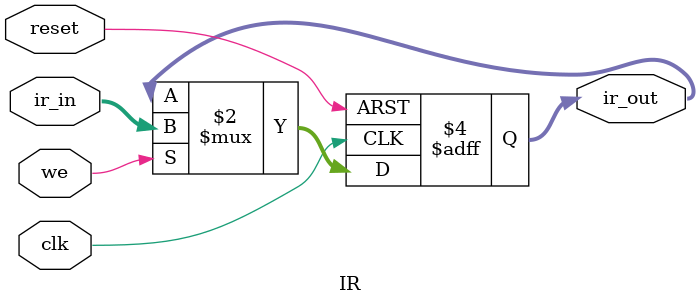
<source format=v>
module IR (
    input wire clk, // Src : clk  
    input wire we, // Src : ctrl_ir_we  
    input wire reset,
    input wire[31:0] ir_in, // Src : RAM.rdata  

    output reg[31:0] ir_out
);

    always @(posedge clk or posedge reset) begin
        if (reset) begin
            ir_out <= 32'h0;
        end
        else if (we) begin
            ir_out <= ir_in;
        end
    end
    
endmodule
</source>
